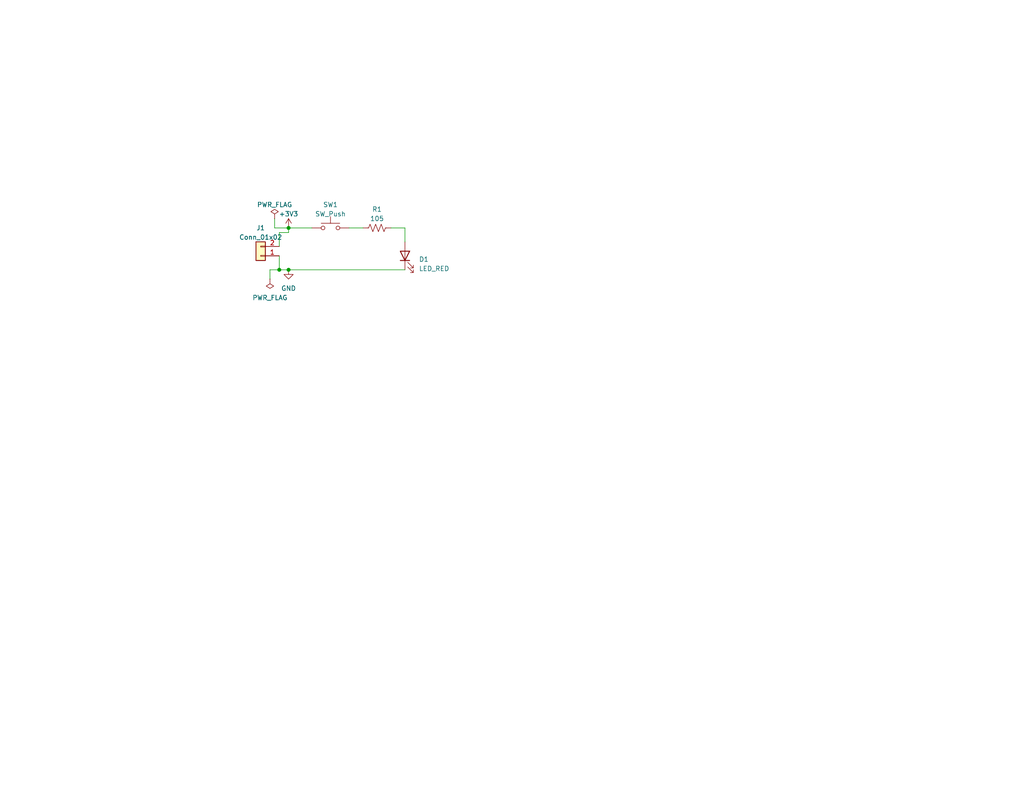
<source format=kicad_sch>
(kicad_sch (version 20230121) (generator eeschema)
  (paper "USLetter")
  (title_block (title "LED Project") (date "2023-09-06") (rev "1.0") (company "Illini Solar Car") (comment 1 "Designed By: Eric Ho"))
  (lib_symbols
    (symbol "Connector_Generic:Conn_01x02" (pin_names (offset 1.016) hide)
      (property "Reference" "J" (at 0 2.54 0))
      (property "Value" "Conn_01x02" (at 0 -5.08 0))
      (symbol "Conn_01x02_1_1"
        (rectangle (start -1.27 -2.413) (end 0 -2.667) (stroke (width 0.1524)))
        (rectangle (start -1.27 0.127) (end 0 -0.127) (stroke (width 0.1524)))
        (rectangle (start -1.27 1.27) (end 1.27 -3.81) (stroke (width 0.254)) (fill (type background)))
        (pin passive line (at -5.08 0 0) (length 3.81) (name "Pin_1") (number "1"))
        (pin passive line (at -5.08 -2.54 0) (length 3.81) (name "Pin_2") (number "2"))
      )
    )
    (symbol "Device:LED" (pin_numbers hide) (pin_names (offset 1.016) hide)
      (property "Reference" "D" (at 0 2.54 0))
      (property "Value" "LED" (at 0 -2.54 0))
      (symbol "LED_0_1"
        (polyline (pts (xy -1.27 -1.27) (xy -1.27 1.27)) (stroke (width 0.254)))
        (polyline (pts (xy -1.27 0) (xy 1.27 0)))
        (polyline (pts (xy 1.27 -1.27) (xy 1.27 1.27) (xy -1.27 0) (xy 1.27 -1.27)) (stroke (width 0.254)))
        (polyline (pts (xy -3.048 -0.762) (xy -4.572 -2.286) (xy -3.81 -2.286) (xy -4.572 -2.286) (xy -4.572 -1.524)))
        (polyline (pts (xy -1.778 -0.762) (xy -3.302 -2.286) (xy -2.54 -2.286) (xy -3.302 -2.286) (xy -3.302 -1.524)))
      )
      (symbol "LED_1_1"
        (pin passive line (at -3.81 0 0) (length 2.54) (name "K") (number "1"))
        (pin passive line (at 3.81 0 180) (length 2.54) (name "A") (number "2"))
      )
    )
    (symbol "Device:R_US" (pin_numbers hide) (pin_names (offset 0))
      (property "Reference" "R" (at 2.54 0 90))
      (property "Value" "R_US" (at -2.54 0 90))
      (symbol "R_US_0_1"
        (polyline (pts (xy 0 -2.286) (xy 0 -2.54)))
        (polyline (pts (xy 0 2.286) (xy 0 2.54)))
        (polyline (pts (xy 0 -0.762) (xy 1.016 -1.143) (xy 0 -1.524) (xy -1.016 -1.905) (xy 0 -2.286)))
        (polyline (pts (xy 0 0.762) (xy 1.016 0.381) (xy 0 0) (xy -1.016 -0.381) (xy 0 -0.762)))
        (polyline (pts (xy 0 2.286) (xy 1.016 1.905) (xy 0 1.524) (xy -1.016 1.143) (xy 0 0.762)))
      )
      (symbol "R_US_1_1"
        (pin passive line (at 0 3.81 270) (length 1.27) (name "~") (number "1"))
        (pin passive line (at 0 -3.81 90) (length 1.27) (name "~") (number "2"))
      )
    )
    (symbol "Switch:SW_Push" (pin_numbers hide) (pin_names (offset 1.016) hide)
      (property "Reference" "SW" (at 1.27 2.54 0))
      (property "Value" "SW_Push" (at 0 -1.524 0))
      (symbol "SW_Push_0_1"
        (circle (center -2.032 0) (radius 0.508))
        (polyline (pts (xy 0 1.27) (xy 0 3.048)))
        (polyline (pts (xy 2.54 1.27) (xy -2.54 1.27)))
        (circle (center 2.032 0) (radius 0.508))
        (pin passive line (at -5.08 0 0) (length 2.54) (name "1") (number "1"))
        (pin passive line (at 5.08 0 180) (length 2.54) (name "2") (number "2"))
      )
    )
    (symbol "power:+3V3" (power) (pin_names (offset 0))
      (property "Value" "+3V3" (at 0 3.556 0))
      (symbol "+3V3_0_1"
        (polyline (pts (xy -0.762 1.27) (xy 0 2.54)))
        (polyline (pts (xy 0 0) (xy 0 2.54)))
        (polyline (pts (xy 0 2.54) (xy 0.762 1.27)))
      )
      (symbol "+3V3_1_1"
        (pin power_in line (at 0 0 90) (length 0) hide (name "+3V3") (number "1"))
      )
    )
    (symbol "power:GND" (power) (pin_names (offset 0))
      (property "Value" "GND" (at 0 -3.81 0))
      (symbol "GND_0_1"
        (polyline (pts (xy 0 0) (xy 0 -1.27) (xy 1.27 -1.27) (xy 0 -2.54) (xy -1.27 -1.27) (xy 0 -1.27)))
      )
      (symbol "GND_1_1"
        (pin power_in line (at 0 0 270) (length 0) hide (name "GND") (number "1"))
      )
    )
    (symbol "power:PWR_FLAG" (power) (pin_numbers hide) (pin_names (offset 0) hide)
      (property "Value" "PWR_FLAG" (at 0 3.81 0))
      (symbol "PWR_FLAG_0_0"
        (pin power_out line (at 0 0 90) (length 0) (name "pwr") (number "1"))
      )
      (symbol "PWR_FLAG_0_1"
        (polyline (pts (xy 0 0) (xy 0 1.27) (xy -1.016 1.905) (xy 0 2.54) (xy 1.016 1.905) (xy 0 1.27)))
      )
    )
  )
  (junction (at 76.2 73.66))
  (junction (at 78.74 62.23))
  (junction (at 78.74 73.66))
  (wire (pts (xy 76.2 63.5) (xy 78.74 63.5)))
  (wire (pts (xy 76.2 67.31) (xy 76.2 63.5)))
  (wire (pts (xy 73.66 73.66) (xy 76.2 73.66)))
  (wire (pts (xy 106.68 62.23) (xy 110.49 62.23)))
  (wire (pts (xy 73.66 76.2) (xy 73.66 73.66)))
  (wire (pts (xy 95.25 62.23) (xy 99.06 62.23)))
  (wire (pts (xy 78.74 73.66) (xy 110.49 73.66)))
  (wire (pts (xy 110.49 62.23) (xy 110.49 66.04)))
  (wire (pts (xy 74.93 62.23) (xy 74.93 59.69)))
  (wire (pts (xy 76.2 73.66) (xy 78.74 73.66)))
  (wire (pts (xy 78.74 62.23) (xy 74.93 62.23)))
  (wire (pts (xy 76.2 69.85) (xy 76.2 73.66)))
  (wire (pts (xy 78.74 63.5) (xy 78.74 62.23)))
  (wire (pts (xy 78.74 62.23) (xy 85.09 62.23)))
  (symbol (lib_id "power:+3V3") (at 78.74 62.23 0) (unit 1)
    (property "Reference" "#PWR01" (effects hide))
    (property "Value" "+3V3" (at 78.74 58.42 0))
  )
  (symbol (lib_id "power:GND") (at 78.74 73.66 0) (unit 1)
    (property "Reference" "#PWR02" (effects hide))
    (property "Value" "GND" (at 78.74 78.74 0))
  )
  (symbol (lib_id "Device:R_US") (at 102.87 62.23 90) (unit 1)
    (property "Reference" "R1" (at 102.87 57.15 90))
    (property "Value" "105" (at 102.87 59.69 90))
    (property "Footprint" "Resistor_SMD:R_0603_1608Metric_Pad0.98x0.95mm_HandSolder" (effects hide))
  )
  (symbol (lib_id "Connector_Generic:Conn_01x02") (at 71.12 69.85 180) (unit 1)
    (property "Reference" "J1" (at 71.12 62.23 0))
    (property "Value" "Conn_01x02" (at 71.12 64.77 0))
    (property "Footprint" "Connector_Molex:Molex_KK-254_AE-6410-02A_1x02_P2.54mm_Vertical" (effects hide))
    (property "Datasheet" "https://tools.molex.com/pdm_docs/sd/022272021_sd.pdf" (effects hide))
    (property "MPN" "022272021" (effects hide))
  )
  (symbol (lib_id "power:PWR_FLAG") (at 74.93 59.69 0) (unit 1)
    (property "Reference" "#FLG01" (effects hide))
    (property "Value" "PWR_FLAG" (at 74.93 55.88 0))
  )
  (symbol (lib_id "Switch:SW_Push") (at 90.17 62.23 0) (unit 1)
    (property "Reference" "SW1" (at 90.17 55.88 0))
    (property "Value" "SW_Push" (at 90.17 58.42 0))
    (property "Footprint" "Button_Switch_SMD:SW_DIP_SPSTx01_Slide_6.7x4.1mm_W8.61mm_P2.54mm_LowProfile" (effects hide))
    (property "Datasheet" "https://www.te.com/commerce/DocumentDelivery/DDEController?Action=showdoc&DocId=Customer+Drawing%7F1825910%7FD%7Fpdf%7FEnglish%7FENG_CD_1825910_D.pdf%7F1825910-6" (effects hide))
    (property "MPN" "1825910-6" (effects hide))
  )
  (symbol (lib_id "power:PWR_FLAG") (at 73.66 76.2 180) (unit 1)
    (property "Reference" "#FLG02" (effects hide))
    (property "Value" "PWR_FLAG" (at 73.66 81.28 0))
  )
  (symbol (lib_id "Device:LED") (at 110.49 69.85 90) (unit 1)
    (property "Reference" "D1" (at 114.3 70.8025 90) (effects (justify right)))
    (property "Value" "LED_RED" (at 114.3 73.3425 90) (effects (justify right)))
    (property "Footprint" "layout:LED_0603_Symbol_on_F.SilkS" (effects hide))
  )
)
</source>
